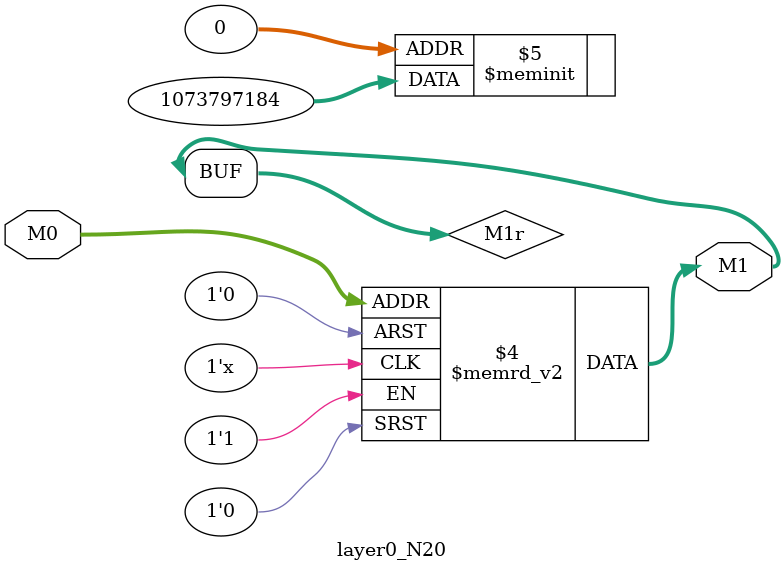
<source format=v>
module layer0_N20 ( input [3:0] M0, output [1:0] M1 );

	(*rom_style = "distributed" *) reg [1:0] M1r;
	assign M1 = M1r;
	always @ (M0) begin
		case (M0)
			4'b0000: M1r = 2'b00;
			4'b1000: M1r = 2'b00;
			4'b0100: M1r = 2'b00;
			4'b1100: M1r = 2'b00;
			4'b0010: M1r = 2'b00;
			4'b1010: M1r = 2'b00;
			4'b0110: M1r = 2'b01;
			4'b1110: M1r = 2'b00;
			4'b0001: M1r = 2'b00;
			4'b1001: M1r = 2'b00;
			4'b0101: M1r = 2'b10;
			4'b1101: M1r = 2'b00;
			4'b0011: M1r = 2'b01;
			4'b1011: M1r = 2'b00;
			4'b0111: M1r = 2'b11;
			4'b1111: M1r = 2'b01;

		endcase
	end
endmodule

</source>
